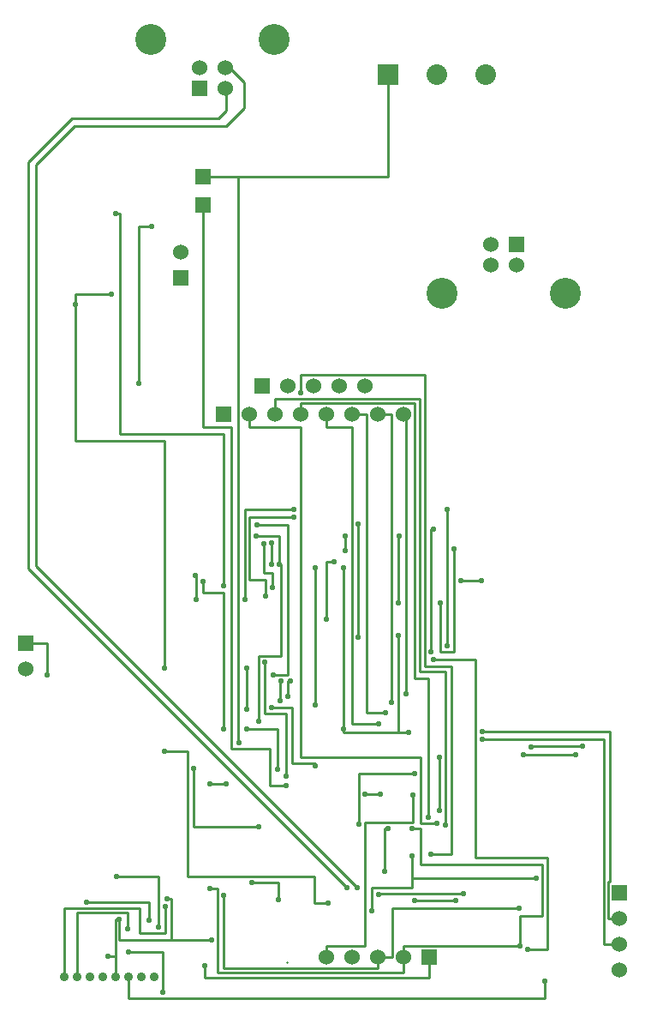
<source format=gbr>
G04 start of page 2 for group 0 idx 0
G04 Title: (unknown), solder *
G04 Creator: pcb 20080202 *
G04 CreationDate: Sun 22 Jun 2008 10:51:19 AM GMT UTC *
G04 For: sean *
G04 Format: Gerber/RS-274X *
G04 PCB-Dimensions: 280000 410000 *
G04 PCB-Coordinate-Origin: lower left *
%MOIN*%
%FSLAX24Y24*%
%LNBACK*%
%ADD11C,0.0100*%
%ADD12C,0.0200*%
%ADD13C,0.0800*%
%ADD14C,0.0600*%
%ADD15C,0.1200*%
%ADD16C,0.0360*%
%ADD17C,0.0220*%
%ADD18C,0.0280*%
%ADD19C,0.0900*%
%ADD20C,0.0380*%
%ADD21C,0.0180*%
G54D11*X2700Y17600D02*X15200Y5100D01*
X10570Y10731D02*X10600D01*
X10890Y13619D02*Y12029D01*
X7690Y10400D02*X8594D01*
Y5539D01*
X13541D01*
X14800Y5100D02*X2400Y17500D01*
X12140Y5299D02*Y4620D01*
X7800Y4658D02*X7960D01*
X9480Y5080D02*X9760D01*
X10004Y16551D02*Y11277D01*
Y16551D02*X9190D01*
Y17000D02*Y16551D01*
X9480Y9131D02*X10100D01*
X12106Y11277D02*Y9717D01*
Y11277D02*X10900D01*
X11792Y9073D02*X12431D01*
X11792Y10491D02*Y9073D01*
Y10491D02*X10288D01*
X14675Y11150D02*Y11260D01*
X13575Y9950D02*Y9840D01*
X12682Y9950D02*X13575D01*
X12682Y12110D02*Y9950D01*
Y12110D02*X11874D01*
X13541Y5539D02*Y4509D01*
X14081D01*
X6310Y1640D02*Y799D01*
X7620Y2611D02*Y1039D01*
X9280Y2060D02*Y1609D01*
X7960Y3060D02*X9520D01*
X6308Y2611D02*X7620D01*
X5940Y3060D02*X7960D01*
X12463Y2209D02*X12463D01*
X6279Y4118D02*Y3510D01*
X6720Y3319D02*Y4298D01*
X6279Y4118D02*X4310D01*
X5810Y3878D02*X5940D01*
Y3060D02*Y3878D01*
X4683Y4538D02*X7100D01*
X6720Y4298D02*X3810D01*
X4310Y4118D02*Y1640D01*
X5810Y3878D02*Y2420D01*
X5510D02*X5810D01*
Y1640D01*
X3810Y4298D02*Y1640D01*
X11095Y5299D02*X12140D01*
X8834Y9729D02*Y7475D01*
X11385D01*
X5833Y5550D02*X7480D01*
X16792Y14900D02*X16792D01*
X3129Y14600D02*X2300D01*
X3129D02*Y13374D01*
X11630Y17084D02*Y16441D01*
X11013Y17084D02*X11630D01*
X8890Y17240D02*X8950D01*
Y16311D01*
X16792Y14900D02*X16792D01*
X16792D02*X16792D01*
X16792Y11150D02*X17190D01*
X16020Y4860D02*Y4820D01*
X16792Y11150D02*Y14900D01*
X16260Y7395D02*Y5740D01*
Y7395D02*X16389D01*
X11363Y14104D02*Y11580D01*
X12497Y13375D02*X11920D01*
Y13374D01*
X14675Y11260D02*Y17533D01*
X11915Y17344D02*Y16759D01*
X11554Y17344D02*X11915D01*
X12505Y13135D02*X12587D01*
X12505D02*Y12520D01*
X13554Y17534D02*Y12210D01*
X12205Y13135D02*X12237D01*
X12205D02*Y12370D01*
X12422Y11870D02*Y9430D01*
Y11870D02*X11603D01*
Y13864D01*
X15569Y11915D02*X16292D01*
X15512Y8720D02*X16090D01*
X16031Y11469D02*X14995D01*
X14675Y11150D02*X16792D01*
X10800Y35400D02*Y36400D01*
X10080Y36100D02*X10100D01*
X10080Y36160D02*Y36100D01*
X10100Y34700D02*X10800Y35400D01*
X9800Y35000D02*X10100Y35300D01*
Y36100D01*
X10570Y32750D02*X16400D01*
X9200D02*X10570D01*
X10800Y36400D02*X10300Y36900D01*
X10080Y37000D02*X10300D01*
X10080Y36960D02*Y37000D01*
Y36900D02*X10300D01*
X10080Y36960D02*Y36900D01*
Y37000D02*X10300D01*
X10080Y36960D02*Y37000D01*
X16400Y32750D02*Y36700D01*
X2400Y17500D02*Y33300D01*
X2700Y33200D02*Y17600D01*
X5955Y22730D02*Y31300D01*
X6710Y24699D02*Y30817D01*
X7707Y13619D02*Y22470D01*
X5815Y31300D02*X5955D01*
X4219Y28170D02*X5635D01*
X6710Y30817D02*X7195D01*
X4219Y28170D02*Y27590D01*
Y22470D01*
X7707D01*
X9206Y22990D02*Y31647D01*
X10570Y32750D02*Y10731D01*
X10100Y34700D02*X4200D01*
X2700Y33200D02*X4200Y34700D01*
X2400Y33300D02*X4100Y35000D01*
X9800D01*
X10009Y22730D02*Y16845D01*
X11013Y17084D02*Y19488D01*
X10833Y16311D02*Y19788D01*
X11000Y22990D02*Y23500D01*
X10009Y22730D02*X5955D01*
X11854Y18514D02*Y17664D01*
Y18514D02*X11854D01*
X11013Y19488D02*X12747D01*
X10833Y19788D02*X12747D01*
X11554Y18461D02*Y17344D01*
X10288Y22990D02*X9206D01*
X11000D02*X12987D01*
X15569Y23500D02*X15000D01*
X14995Y22990D02*X14000D01*
Y23500D01*
X13000Y23930D02*Y23500D01*
X12000Y24110D02*Y23500D01*
X13000Y25030D02*Y24350D01*
X21973Y10608D02*Y10573D01*
X22518Y799D02*Y1470D01*
Y1470D02*Y1470D01*
Y1470D01*
X21824Y2706D02*X21824D01*
X19786Y6265D02*X22594D01*
Y2706D01*
X21824D01*
X25020Y11175D02*Y5330D01*
X24970D02*X25020D01*
X24970D02*Y3900D01*
X25400D01*
X24790Y10855D02*Y2900D01*
X25400D01*
X12221Y17664D02*Y14104D01*
X11363D01*
X14736Y18754D02*Y18194D01*
Y18754D02*X14736D01*
X14010Y17774D02*X14306D01*
X14010D02*Y15540D01*
X15248Y19248D02*Y14820D01*
X14995Y22990D02*Y11469D01*
X12177Y17664D02*X12221D01*
X11253Y18754D02*X12177D01*
Y17664D01*
X11314Y19187D02*X12497D01*
Y13375D01*
X10288Y10491D02*Y22990D01*
X19220Y17018D02*X20050D01*
Y17018D01*
X18976Y18261D02*Y14264D01*
X18451D02*X18976D01*
X18451Y16180D02*Y14264D01*
X18710Y19787D02*Y14505D01*
X18075Y19021D02*Y14265D01*
X16807Y18754D02*X16825D01*
X16552Y23500D02*X16000D01*
X13000Y23930D02*X17445D01*
X16807Y18754D02*Y16180D01*
X17097Y12620D02*Y23500D01*
X16552Y12317D02*Y23500D01*
X15569Y11915D02*Y23500D01*
X12987Y10160D02*Y22990D01*
X18075Y19021D02*X18155D01*
X17000Y23500D02*X17097D01*
X17445Y23930D02*Y13245D01*
X17640Y24110D02*Y13485D01*
X17835Y13695D02*Y25030D01*
X17640Y24110D02*X12000D01*
X17835Y25030D02*X13000D01*
X17670Y10160D02*X12987D01*
X15255Y9535D02*X17430D01*
X21973Y10608D02*X23976D01*
X21673Y10281D02*X23686D01*
X20083Y11175D02*X25020D01*
X20083Y10855D02*X24790D01*
X17190Y11150D02*Y11150D01*
X17963Y13245D02*Y7847D01*
X18645Y13485D02*Y7527D01*
X17670Y7591D02*Y10160D01*
X18405Y10175D02*Y8100D01*
X17350Y5482D02*Y6325D01*
X18290Y7591D02*X17670D01*
X18885Y6404D02*X18085D01*
X18885D02*Y13695D01*
X17963Y13245D02*X17445D01*
X18645Y13485D02*X17640D01*
X18885Y13695D02*X17835D01*
X18000Y2400D02*Y1609D01*
X6310Y799D02*X22518D01*
X17000Y2400D02*Y2830D01*
Y1789D02*Y2400D01*
X16000D02*X16570D01*
X16000Y1969D02*Y2400D01*
X15780Y4199D02*Y5100D01*
X16570Y2400D02*Y4309D01*
X15780Y5100D02*X17350D01*
Y5482D01*
X16570Y4309D02*X21509D01*
X15255Y9535D02*Y7575D01*
X21524Y3989D02*Y2830D01*
Y3989D02*X22413D01*
Y6005D01*
X15495Y7635D02*X17376D01*
Y8692D02*Y7635D01*
X17670Y6005D02*X22413D01*
X17670D02*Y7395D01*
X17345D02*X17670D01*
X18172Y13965D02*X19786D01*
Y6265D01*
X15495Y7635D02*Y2830D01*
X14000D01*
Y2400D01*
X17000Y2830D02*X21524D01*
D03*
X21824Y2706D02*X21824D01*
X17420Y4603D02*X19021D01*
Y4603D01*
X16020Y4860D02*X19321D01*
X17350Y5482D02*X22173D01*
X7480Y5550D02*Y3560D01*
X7100Y4538D02*Y3820D01*
X7960Y3060D02*Y4658D01*
X9520Y3060D03*
X7720Y4358D02*Y3319D01*
X6720D02*X7720D01*
X9760Y5080D02*Y1789D01*
X10000Y4789D02*Y1969D01*
X9760Y1789D02*X17000D01*
X10000Y1969D02*X16000D01*
X18000Y1609D02*X9280D01*
G54D12*G36*
X16000Y37100D02*Y36300D01*
X16800D01*
Y37100D01*
X16000D01*
G37*
G54D13*X18300Y36700D03*
X20200D03*
G54D14*X10080Y36960D03*
G54D15*X11980Y38060D03*
G54D14*X9080Y36960D03*
G54D15*X7180Y38060D03*
G54D12*G36*
X25100Y5200D02*Y4600D01*
X25700D01*
Y5200D01*
X25100D01*
G37*
G54D14*X25400Y3900D03*
Y2900D03*
Y1900D03*
G54D16*X7310Y1640D03*
X6810D03*
X6310D03*
X5810D03*
X5310D03*
X4810D03*
X4310D03*
X3810D03*
G54D12*G36*
X17700Y2700D02*Y2100D01*
X18300D01*
Y2700D01*
X17700D01*
G37*
G54D14*X17000Y2400D03*
X16000D03*
X15000D03*
X14000D03*
G54D12*G36*
X2000Y14900D02*Y14300D01*
X2600D01*
Y14900D01*
X2000D01*
G37*
G54D14*X2300Y13600D03*
G54D12*G36*
X8050Y29100D02*Y28500D01*
X8650D01*
Y29100D01*
X8050D01*
G37*
G54D14*X8350Y29800D03*
G54D12*G36*
X8780Y36460D02*Y35860D01*
X9380D01*
Y36460D01*
X8780D01*
G37*
G54D14*X10080Y36160D03*
G54D12*G36*
X8900Y33050D02*Y32450D01*
X9500D01*
Y33050D01*
X8900D01*
G37*
G36*
X8906Y31947D02*Y31347D01*
X9506D01*
Y31947D01*
X8906D01*
G37*
G36*
X11200Y24900D02*Y24300D01*
X11800D01*
Y24900D01*
X11200D01*
G37*
G36*
X9700Y23800D02*Y23200D01*
X10300D01*
Y23800D01*
X9700D01*
G37*
G54D14*X11000Y23500D03*
X12000D03*
X12500Y24600D03*
X13000Y23500D03*
X13500Y24600D03*
X14000Y23500D03*
X15000D03*
X16000D03*
X17000D03*
X14500Y24600D03*
X15500D03*
G54D12*G36*
X21100Y30400D02*Y29800D01*
X21700D01*
Y30400D01*
X21100D01*
G37*
G54D14*X20400Y30100D03*
Y29300D03*
X21400D03*
G54D15*X23300Y28200D03*
X18500D03*
G54D17*X14800Y5100D03*
X15200D03*
X16020Y4820D03*
X15780Y4199D03*
X22518Y1470D03*
X21524Y2830D03*
X21824Y2706D03*
X22173Y5482D03*
X17420Y4603D03*
X19021Y4603D03*
X19321Y4860D03*
X21509Y4309D03*
X14081Y4509D03*
X16260Y5740D03*
X11095Y5299D03*
X11385Y7475D03*
X12140Y4620D03*
X7800Y4658D03*
X9480Y9131D03*
X9520Y3060D03*
X9480Y5080D03*
X9280Y2060D03*
X10100Y9131D03*
X10600Y10731D03*
X8834Y9729D03*
X10000Y4789D03*
X12422Y9430D03*
X12106Y9717D03*
X12431Y9073D03*
X21973Y10573D03*
X23976Y10608D03*
X17430Y9535D03*
X18405Y10175D03*
X21673Y10281D03*
X23686D03*
X20083Y10855D03*
X17376Y8692D03*
X16090Y8720D03*
X15512D03*
X13575Y9840D03*
X15255Y7575D03*
X17345Y7395D03*
X17350Y6325D03*
X16389Y7395D03*
X17963Y7847D03*
X18085Y6404D03*
X18645Y7527D03*
X18290Y7591D03*
X18405Y8100D03*
X10009Y16845D03*
X6710Y24699D03*
X8890Y17240D03*
X9190Y17000D03*
X11314Y19187D03*
X13000Y24350D03*
X5815Y31300D03*
X4219Y27780D03*
X5635Y28170D03*
X7195Y30817D03*
X5833Y5550D03*
X4683Y4538D03*
X6279Y3510D03*
X7480Y3560D03*
X7100Y3820D03*
X5940Y3878D03*
X6308Y2611D03*
X7620Y1039D03*
X5510Y2420D03*
X7720Y4358D03*
X3129Y13374D03*
X7690Y10400D03*
X11253Y18754D03*
X12177Y17664D03*
X11854D03*
X11854Y18514D03*
X8950Y16311D03*
X7707Y13619D03*
X10833Y16311D03*
X11603Y13864D03*
X10900Y11277D03*
X10004D03*
X11874Y12110D03*
X10890Y12029D03*
Y13619D03*
X11363Y11580D03*
X16031Y11469D03*
X14675Y11260D03*
X18451Y16180D03*
X20083Y11175D03*
X18172Y13965D03*
X18710Y14505D03*
X16807Y16180D03*
X16792Y14900D03*
X19220Y17018D03*
X20050Y17018D03*
X18976Y18261D03*
X18710Y19787D03*
X18155Y19021D03*
X18075Y14265D03*
X17097Y12620D03*
X16552Y12317D03*
X16292Y11915D03*
X17190Y11150D03*
X14736Y18194D03*
X14736Y18754D03*
X16825D03*
X15248Y19248D03*
X14306Y17774D03*
X12747Y19488D03*
Y19788D03*
X13554Y17534D03*
X11554Y18461D03*
X14675Y17533D03*
X14010Y15540D03*
X15248Y14820D03*
X11915Y16759D03*
X11630Y16441D03*
X11920Y13374D03*
X12587Y13135D03*
X12505Y12520D03*
X13554Y12210D03*
X12237Y13135D03*
X12205Y12370D03*
G54D14*G54D18*G54D19*G54D18*G54D19*G54D20*G54D12*G54D20*G54D18*G54D20*G54D18*G54D19*G54D21*M02*

</source>
